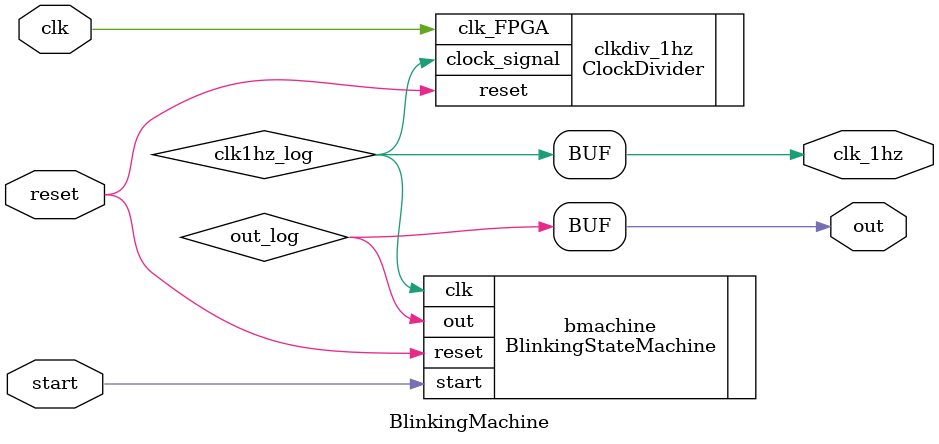
<source format=sv>
module BlinkingMachine
(
	// Input Ports
	input clk,
	input reset,
	input start,
	
	// Output Ports
	output out,
	output clk_1hz
);

logic out_log;
logic clk1hz_log;
					
ClockDivider clkdiv_1hz (.clk_FPGA(clk), .reset(reset), .clock_signal(clk1hz_log));

BlinkingStateMachine bmachine (.clk(clk1hz_log), .reset(reset), .start(start), .out(out_log));


assign out = out_log;
assign clk_1hz = clk1hz_log;


endmodule

</source>
